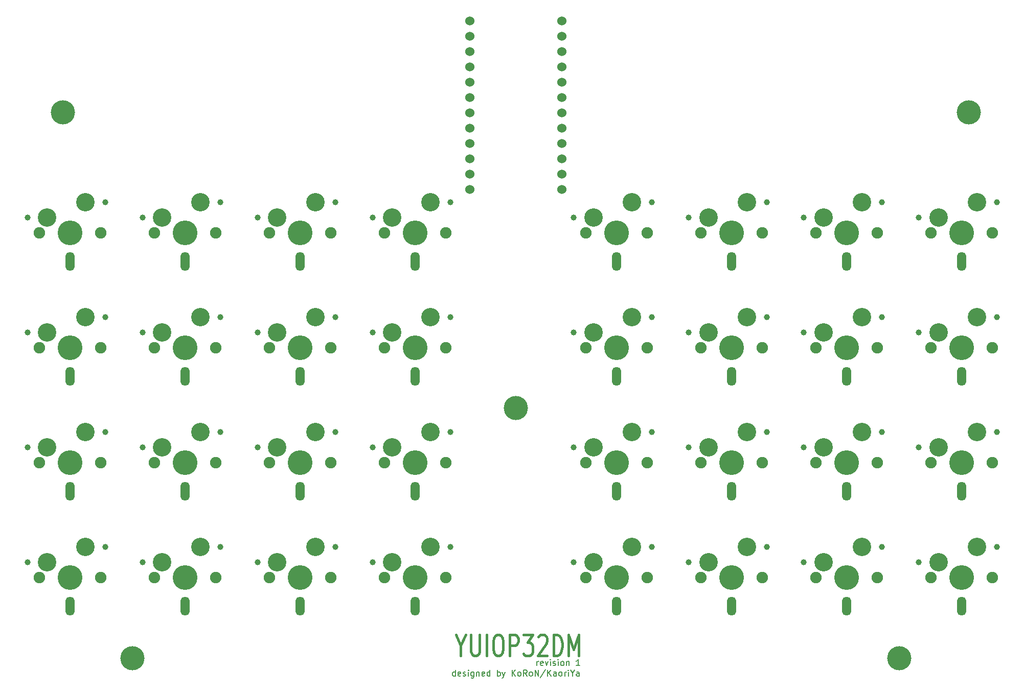
<source format=gbr>
%TF.GenerationSoftware,KiCad,Pcbnew,(6.0.1)*%
%TF.CreationDate,2022-06-19T08:49:54+09:00*%
%TF.ProjectId,yuiop32dm-main,7975696f-7033-4326-946d-2d6d61696e2e,1*%
%TF.SameCoordinates,Original*%
%TF.FileFunction,Soldermask,Top*%
%TF.FilePolarity,Negative*%
%FSLAX46Y46*%
G04 Gerber Fmt 4.6, Leading zero omitted, Abs format (unit mm)*
G04 Created by KiCad (PCBNEW (6.0.1)) date 2022-06-19 08:49:54*
%MOMM*%
%LPD*%
G01*
G04 APERTURE LIST*
%ADD10C,0.150000*%
%ADD11C,0.400000*%
%ADD12C,1.900000*%
%ADD13C,3.050000*%
%ADD14C,4.100000*%
%ADD15C,1.000000*%
%ADD16O,1.500000X3.150000*%
%ADD17C,4.000000*%
%ADD18C,1.524000*%
G04 APERTURE END LIST*
D10*
X153476190Y-142702380D02*
X153476190Y-142035714D01*
X153476190Y-142226190D02*
X153523809Y-142130952D01*
X153571428Y-142083333D01*
X153666666Y-142035714D01*
X153761904Y-142035714D01*
X154476190Y-142654761D02*
X154380952Y-142702380D01*
X154190476Y-142702380D01*
X154095238Y-142654761D01*
X154047619Y-142559523D01*
X154047619Y-142178571D01*
X154095238Y-142083333D01*
X154190476Y-142035714D01*
X154380952Y-142035714D01*
X154476190Y-142083333D01*
X154523809Y-142178571D01*
X154523809Y-142273809D01*
X154047619Y-142369047D01*
X154857142Y-142035714D02*
X155095238Y-142702380D01*
X155333333Y-142035714D01*
X155714285Y-142702380D02*
X155714285Y-142035714D01*
X155714285Y-141702380D02*
X155666666Y-141750000D01*
X155714285Y-141797619D01*
X155761904Y-141750000D01*
X155714285Y-141702380D01*
X155714285Y-141797619D01*
X156142857Y-142654761D02*
X156238095Y-142702380D01*
X156428571Y-142702380D01*
X156523809Y-142654761D01*
X156571428Y-142559523D01*
X156571428Y-142511904D01*
X156523809Y-142416666D01*
X156428571Y-142369047D01*
X156285714Y-142369047D01*
X156190476Y-142321428D01*
X156142857Y-142226190D01*
X156142857Y-142178571D01*
X156190476Y-142083333D01*
X156285714Y-142035714D01*
X156428571Y-142035714D01*
X156523809Y-142083333D01*
X157000000Y-142702380D02*
X157000000Y-142035714D01*
X157000000Y-141702380D02*
X156952380Y-141750000D01*
X157000000Y-141797619D01*
X157047619Y-141750000D01*
X157000000Y-141702380D01*
X157000000Y-141797619D01*
X157619047Y-142702380D02*
X157523809Y-142654761D01*
X157476190Y-142607142D01*
X157428571Y-142511904D01*
X157428571Y-142226190D01*
X157476190Y-142130952D01*
X157523809Y-142083333D01*
X157619047Y-142035714D01*
X157761904Y-142035714D01*
X157857142Y-142083333D01*
X157904761Y-142130952D01*
X157952380Y-142226190D01*
X157952380Y-142511904D01*
X157904761Y-142607142D01*
X157857142Y-142654761D01*
X157761904Y-142702380D01*
X157619047Y-142702380D01*
X158380952Y-142035714D02*
X158380952Y-142702380D01*
X158380952Y-142130952D02*
X158428571Y-142083333D01*
X158523809Y-142035714D01*
X158666666Y-142035714D01*
X158761904Y-142083333D01*
X158809523Y-142178571D01*
X158809523Y-142702380D01*
X160571428Y-142702380D02*
X160000000Y-142702380D01*
X160285714Y-142702380D02*
X160285714Y-141702380D01*
X160190476Y-141845238D01*
X160095238Y-141940476D01*
X160000000Y-141988095D01*
X139976190Y-144452380D02*
X139976190Y-143452380D01*
X139976190Y-144404761D02*
X139880952Y-144452380D01*
X139690476Y-144452380D01*
X139595238Y-144404761D01*
X139547619Y-144357142D01*
X139500000Y-144261904D01*
X139500000Y-143976190D01*
X139547619Y-143880952D01*
X139595238Y-143833333D01*
X139690476Y-143785714D01*
X139880952Y-143785714D01*
X139976190Y-143833333D01*
X140833333Y-144404761D02*
X140738095Y-144452380D01*
X140547619Y-144452380D01*
X140452380Y-144404761D01*
X140404761Y-144309523D01*
X140404761Y-143928571D01*
X140452380Y-143833333D01*
X140547619Y-143785714D01*
X140738095Y-143785714D01*
X140833333Y-143833333D01*
X140880952Y-143928571D01*
X140880952Y-144023809D01*
X140404761Y-144119047D01*
X141261904Y-144404761D02*
X141357142Y-144452380D01*
X141547619Y-144452380D01*
X141642857Y-144404761D01*
X141690476Y-144309523D01*
X141690476Y-144261904D01*
X141642857Y-144166666D01*
X141547619Y-144119047D01*
X141404761Y-144119047D01*
X141309523Y-144071428D01*
X141261904Y-143976190D01*
X141261904Y-143928571D01*
X141309523Y-143833333D01*
X141404761Y-143785714D01*
X141547619Y-143785714D01*
X141642857Y-143833333D01*
X142119047Y-144452380D02*
X142119047Y-143785714D01*
X142119047Y-143452380D02*
X142071428Y-143500000D01*
X142119047Y-143547619D01*
X142166666Y-143500000D01*
X142119047Y-143452380D01*
X142119047Y-143547619D01*
X143023809Y-143785714D02*
X143023809Y-144595238D01*
X142976190Y-144690476D01*
X142928571Y-144738095D01*
X142833333Y-144785714D01*
X142690476Y-144785714D01*
X142595238Y-144738095D01*
X143023809Y-144404761D02*
X142928571Y-144452380D01*
X142738095Y-144452380D01*
X142642857Y-144404761D01*
X142595238Y-144357142D01*
X142547619Y-144261904D01*
X142547619Y-143976190D01*
X142595238Y-143880952D01*
X142642857Y-143833333D01*
X142738095Y-143785714D01*
X142928571Y-143785714D01*
X143023809Y-143833333D01*
X143500000Y-143785714D02*
X143500000Y-144452380D01*
X143500000Y-143880952D02*
X143547619Y-143833333D01*
X143642857Y-143785714D01*
X143785714Y-143785714D01*
X143880952Y-143833333D01*
X143928571Y-143928571D01*
X143928571Y-144452380D01*
X144785714Y-144404761D02*
X144690476Y-144452380D01*
X144500000Y-144452380D01*
X144404761Y-144404761D01*
X144357142Y-144309523D01*
X144357142Y-143928571D01*
X144404761Y-143833333D01*
X144500000Y-143785714D01*
X144690476Y-143785714D01*
X144785714Y-143833333D01*
X144833333Y-143928571D01*
X144833333Y-144023809D01*
X144357142Y-144119047D01*
X145690476Y-144452380D02*
X145690476Y-143452380D01*
X145690476Y-144404761D02*
X145595238Y-144452380D01*
X145404761Y-144452380D01*
X145309523Y-144404761D01*
X145261904Y-144357142D01*
X145214285Y-144261904D01*
X145214285Y-143976190D01*
X145261904Y-143880952D01*
X145309523Y-143833333D01*
X145404761Y-143785714D01*
X145595238Y-143785714D01*
X145690476Y-143833333D01*
X146928571Y-144452380D02*
X146928571Y-143452380D01*
X146928571Y-143833333D02*
X147023809Y-143785714D01*
X147214285Y-143785714D01*
X147309523Y-143833333D01*
X147357142Y-143880952D01*
X147404761Y-143976190D01*
X147404761Y-144261904D01*
X147357142Y-144357142D01*
X147309523Y-144404761D01*
X147214285Y-144452380D01*
X147023809Y-144452380D01*
X146928571Y-144404761D01*
X147738095Y-143785714D02*
X147976190Y-144452380D01*
X148214285Y-143785714D02*
X147976190Y-144452380D01*
X147880952Y-144690476D01*
X147833333Y-144738095D01*
X147738095Y-144785714D01*
X149357142Y-144452380D02*
X149357142Y-143452380D01*
X149928571Y-144452380D02*
X149500000Y-143880952D01*
X149928571Y-143452380D02*
X149357142Y-144023809D01*
X150500000Y-144452380D02*
X150404761Y-144404761D01*
X150357142Y-144357142D01*
X150309523Y-144261904D01*
X150309523Y-143976190D01*
X150357142Y-143880952D01*
X150404761Y-143833333D01*
X150500000Y-143785714D01*
X150642857Y-143785714D01*
X150738095Y-143833333D01*
X150785714Y-143880952D01*
X150833333Y-143976190D01*
X150833333Y-144261904D01*
X150785714Y-144357142D01*
X150738095Y-144404761D01*
X150642857Y-144452380D01*
X150500000Y-144452380D01*
X151833333Y-144452380D02*
X151500000Y-143976190D01*
X151261904Y-144452380D02*
X151261904Y-143452380D01*
X151642857Y-143452380D01*
X151738095Y-143500000D01*
X151785714Y-143547619D01*
X151833333Y-143642857D01*
X151833333Y-143785714D01*
X151785714Y-143880952D01*
X151738095Y-143928571D01*
X151642857Y-143976190D01*
X151261904Y-143976190D01*
X152404761Y-144452380D02*
X152309523Y-144404761D01*
X152261904Y-144357142D01*
X152214285Y-144261904D01*
X152214285Y-143976190D01*
X152261904Y-143880952D01*
X152309523Y-143833333D01*
X152404761Y-143785714D01*
X152547619Y-143785714D01*
X152642857Y-143833333D01*
X152690476Y-143880952D01*
X152738095Y-143976190D01*
X152738095Y-144261904D01*
X152690476Y-144357142D01*
X152642857Y-144404761D01*
X152547619Y-144452380D01*
X152404761Y-144452380D01*
X153166666Y-144452380D02*
X153166666Y-143452380D01*
X153738095Y-144452380D01*
X153738095Y-143452380D01*
X154928571Y-143404761D02*
X154071428Y-144690476D01*
X155261904Y-144452380D02*
X155261904Y-143452380D01*
X155833333Y-144452380D02*
X155404761Y-143880952D01*
X155833333Y-143452380D02*
X155261904Y-144023809D01*
X156690476Y-144452380D02*
X156690476Y-143928571D01*
X156642857Y-143833333D01*
X156547619Y-143785714D01*
X156357142Y-143785714D01*
X156261904Y-143833333D01*
X156690476Y-144404761D02*
X156595238Y-144452380D01*
X156357142Y-144452380D01*
X156261904Y-144404761D01*
X156214285Y-144309523D01*
X156214285Y-144214285D01*
X156261904Y-144119047D01*
X156357142Y-144071428D01*
X156595238Y-144071428D01*
X156690476Y-144023809D01*
X157309523Y-144452380D02*
X157214285Y-144404761D01*
X157166666Y-144357142D01*
X157119047Y-144261904D01*
X157119047Y-143976190D01*
X157166666Y-143880952D01*
X157214285Y-143833333D01*
X157309523Y-143785714D01*
X157452380Y-143785714D01*
X157547619Y-143833333D01*
X157595238Y-143880952D01*
X157642857Y-143976190D01*
X157642857Y-144261904D01*
X157595238Y-144357142D01*
X157547619Y-144404761D01*
X157452380Y-144452380D01*
X157309523Y-144452380D01*
X158071428Y-144452380D02*
X158071428Y-143785714D01*
X158071428Y-143976190D02*
X158119047Y-143880952D01*
X158166666Y-143833333D01*
X158261904Y-143785714D01*
X158357142Y-143785714D01*
X158690476Y-144452380D02*
X158690476Y-143785714D01*
X158690476Y-143452380D02*
X158642857Y-143500000D01*
X158690476Y-143547619D01*
X158738095Y-143500000D01*
X158690476Y-143452380D01*
X158690476Y-143547619D01*
X159357142Y-143976190D02*
X159357142Y-144452380D01*
X159023809Y-143452380D02*
X159357142Y-143976190D01*
X159690476Y-143452380D01*
X160452380Y-144452380D02*
X160452380Y-143928571D01*
X160404761Y-143833333D01*
X160309523Y-143785714D01*
X160119047Y-143785714D01*
X160023809Y-143833333D01*
X160452380Y-144404761D02*
X160357142Y-144452380D01*
X160119047Y-144452380D01*
X160023809Y-144404761D01*
X159976190Y-144309523D01*
X159976190Y-144214285D01*
X160023809Y-144119047D01*
X160119047Y-144071428D01*
X160357142Y-144071428D01*
X160452380Y-144023809D01*
D11*
X140876190Y-139416666D02*
X140876190Y-141083333D01*
X140042857Y-137583333D02*
X140876190Y-139416666D01*
X141709523Y-137583333D01*
X142542857Y-137583333D02*
X142542857Y-140416666D01*
X142661904Y-140750000D01*
X142780952Y-140916666D01*
X143019047Y-141083333D01*
X143495238Y-141083333D01*
X143733333Y-140916666D01*
X143852380Y-140750000D01*
X143971428Y-140416666D01*
X143971428Y-137583333D01*
X145161904Y-141083333D02*
X145161904Y-137583333D01*
X146828571Y-137583333D02*
X147304761Y-137583333D01*
X147542857Y-137750000D01*
X147780952Y-138083333D01*
X147900000Y-138750000D01*
X147900000Y-139916666D01*
X147780952Y-140583333D01*
X147542857Y-140916666D01*
X147304761Y-141083333D01*
X146828571Y-141083333D01*
X146590476Y-140916666D01*
X146352380Y-140583333D01*
X146233333Y-139916666D01*
X146233333Y-138750000D01*
X146352380Y-138083333D01*
X146590476Y-137750000D01*
X146828571Y-137583333D01*
X148971428Y-141083333D02*
X148971428Y-137583333D01*
X149923809Y-137583333D01*
X150161904Y-137750000D01*
X150280952Y-137916666D01*
X150400000Y-138250000D01*
X150400000Y-138750000D01*
X150280952Y-139083333D01*
X150161904Y-139250000D01*
X149923809Y-139416666D01*
X148971428Y-139416666D01*
X151233333Y-137583333D02*
X152780952Y-137583333D01*
X151947619Y-138916666D01*
X152304761Y-138916666D01*
X152542857Y-139083333D01*
X152661904Y-139250000D01*
X152780952Y-139583333D01*
X152780952Y-140416666D01*
X152661904Y-140750000D01*
X152542857Y-140916666D01*
X152304761Y-141083333D01*
X151590476Y-141083333D01*
X151352380Y-140916666D01*
X151233333Y-140750000D01*
X153733333Y-137916666D02*
X153852380Y-137750000D01*
X154090476Y-137583333D01*
X154685714Y-137583333D01*
X154923809Y-137750000D01*
X155042857Y-137916666D01*
X155161904Y-138250000D01*
X155161904Y-138583333D01*
X155042857Y-139083333D01*
X153614285Y-141083333D01*
X155161904Y-141083333D01*
X156233333Y-141083333D02*
X156233333Y-137583333D01*
X156828571Y-137583333D01*
X157185714Y-137750000D01*
X157423809Y-138083333D01*
X157542857Y-138416666D01*
X157661904Y-139083333D01*
X157661904Y-139583333D01*
X157542857Y-140250000D01*
X157423809Y-140583333D01*
X157185714Y-140916666D01*
X156828571Y-141083333D01*
X156233333Y-141083333D01*
X158733333Y-141083333D02*
X158733333Y-137583333D01*
X159566666Y-140083333D01*
X160400000Y-137583333D01*
X160400000Y-141083333D01*
D12*
%TO.C,KSW14*%
X199688750Y-128100000D03*
D13*
X200958750Y-125560000D03*
D12*
X209848750Y-128100000D03*
D13*
X207308750Y-123020000D03*
D14*
X204768750Y-128100000D03*
D15*
X197683750Y-125560000D03*
X210610750Y-123020000D03*
%TD*%
D16*
%TO.C,LED20*%
X166668750Y-113812500D03*
%TD*%
%TO.C,LED15*%
X204768750Y-94762500D03*
%TD*%
D13*
%TO.C,KSW8*%
X162858750Y-87460000D03*
D14*
X166668750Y-90000000D03*
D13*
X169208750Y-84920000D03*
D12*
X171748750Y-90000000D03*
X161588750Y-90000000D03*
D15*
X159583750Y-87460000D03*
X172510750Y-84920000D03*
%TD*%
D16*
%TO.C,LED19*%
X185718750Y-113812500D03*
%TD*%
%TO.C,LED1*%
X223818750Y-75712500D03*
%TD*%
D17*
%TO.C,H4*%
X213500000Y-141500000D03*
%TD*%
D16*
%TO.C,LED9*%
X76181250Y-94762500D03*
%TD*%
D13*
%TO.C,KSW9*%
X226358750Y-103970000D03*
D14*
X223818750Y-109050000D03*
D12*
X228898750Y-109050000D03*
D13*
X220008750Y-106510000D03*
D12*
X218738750Y-109050000D03*
D15*
X216733750Y-106510000D03*
X229660750Y-103970000D03*
%TD*%
D14*
%TO.C,KSW5*%
X223818750Y-90000000D03*
D13*
X220008750Y-87460000D03*
D12*
X218738750Y-90000000D03*
X228898750Y-90000000D03*
D13*
X226358750Y-84920000D03*
D15*
X216733750Y-87460000D03*
X229660750Y-84920000D03*
%TD*%
D16*
%TO.C,LED13*%
X166668750Y-94762500D03*
%TD*%
D12*
%TO.C,KSW3*%
X180638750Y-70950000D03*
D14*
X185718750Y-70950000D03*
D12*
X190798750Y-70950000D03*
D13*
X188258750Y-65870000D03*
X181908750Y-68410000D03*
D15*
X178633750Y-68410000D03*
X191560750Y-65870000D03*
%TD*%
D12*
%TO.C,KSW26*%
X109201250Y-109050000D03*
D13*
X110471250Y-106510000D03*
X116821250Y-103970000D03*
D12*
X119361250Y-109050000D03*
D14*
X114281250Y-109050000D03*
D15*
X107196250Y-106510000D03*
X120123250Y-103970000D03*
%TD*%
D13*
%TO.C,KSW24*%
X72371250Y-87460000D03*
D14*
X76181250Y-90000000D03*
D12*
X81261250Y-90000000D03*
D13*
X78721250Y-84920000D03*
D12*
X71101250Y-90000000D03*
D15*
X69096250Y-87460000D03*
X82023250Y-84920000D03*
%TD*%
D16*
%TO.C,LED6*%
X114281250Y-75712500D03*
%TD*%
D13*
%TO.C,KSW15*%
X188258750Y-123020000D03*
X181908750Y-125560000D03*
D12*
X190798750Y-128100000D03*
X180638750Y-128100000D03*
D14*
X185718750Y-128100000D03*
D15*
X178633750Y-125560000D03*
X191560750Y-123020000D03*
%TD*%
D12*
%TO.C,KSW29*%
X138411250Y-128100000D03*
D14*
X133331250Y-128100000D03*
D12*
X128251250Y-128100000D03*
D13*
X129521250Y-125560000D03*
X135871250Y-123020000D03*
D15*
X126246250Y-125560000D03*
X139173250Y-123020000D03*
%TD*%
D12*
%TO.C,KSW23*%
X100311250Y-90000000D03*
D13*
X91421250Y-87460000D03*
D12*
X90151250Y-90000000D03*
D14*
X95231250Y-90000000D03*
D13*
X97771250Y-84920000D03*
D15*
X88146250Y-87460000D03*
X101073250Y-84920000D03*
%TD*%
D16*
%TO.C,LED12*%
X133331250Y-94762500D03*
%TD*%
D14*
%TO.C,KSW21*%
X133331250Y-90000000D03*
D13*
X129521250Y-87460000D03*
X135871250Y-84920000D03*
D12*
X128251250Y-90000000D03*
X138411250Y-90000000D03*
D15*
X126246250Y-87460000D03*
X139173250Y-84920000D03*
%TD*%
D16*
%TO.C,LED26*%
X95231250Y-132862500D03*
%TD*%
D12*
%TO.C,KSW19*%
X100311250Y-70950000D03*
D13*
X91421250Y-68410000D03*
X97771250Y-65870000D03*
D14*
X95231250Y-70950000D03*
D12*
X90151250Y-70950000D03*
D15*
X88146250Y-68410000D03*
X101073250Y-65870000D03*
%TD*%
D16*
%TO.C,LED25*%
X76181250Y-132862500D03*
%TD*%
D14*
%TO.C,KSW30*%
X114281250Y-128100000D03*
D12*
X119361250Y-128100000D03*
D13*
X116821250Y-123020000D03*
X110471250Y-125560000D03*
D12*
X109201250Y-128100000D03*
D15*
X107196250Y-125560000D03*
X120123250Y-123020000D03*
%TD*%
D13*
%TO.C,KSW20*%
X72371250Y-68410000D03*
D14*
X76181250Y-70950000D03*
D13*
X78721250Y-65870000D03*
D12*
X81261250Y-70950000D03*
X71101250Y-70950000D03*
D15*
X69096250Y-68410000D03*
X82023250Y-65870000D03*
%TD*%
D12*
%TO.C,KSW10*%
X199688750Y-109050000D03*
D13*
X207308750Y-103970000D03*
D12*
X209848750Y-109050000D03*
D13*
X200958750Y-106510000D03*
D14*
X204768750Y-109050000D03*
D15*
X197683750Y-106510000D03*
X210610750Y-103970000D03*
%TD*%
D14*
%TO.C,KSW7*%
X185718750Y-90000000D03*
D12*
X190798750Y-90000000D03*
D13*
X181908750Y-87460000D03*
X188258750Y-84920000D03*
D12*
X180638750Y-90000000D03*
D15*
X178633750Y-87460000D03*
X191560750Y-84920000D03*
%TD*%
D13*
%TO.C,KSW13*%
X220008750Y-125560000D03*
D12*
X218738750Y-128100000D03*
D13*
X226358750Y-123020000D03*
D14*
X223818750Y-128100000D03*
D12*
X228898750Y-128100000D03*
D15*
X216733750Y-125560000D03*
X229660750Y-123020000D03*
%TD*%
D14*
%TO.C,KSW18*%
X114281250Y-70950000D03*
D13*
X116821250Y-65870000D03*
D12*
X109201250Y-70950000D03*
X119361250Y-70950000D03*
D13*
X110471250Y-68410000D03*
D15*
X107196250Y-68410000D03*
X120123250Y-65870000D03*
%TD*%
D12*
%TO.C,KSW1*%
X228898750Y-70950000D03*
X218738750Y-70950000D03*
D13*
X220008750Y-68410000D03*
X226358750Y-65870000D03*
D14*
X223818750Y-70950000D03*
D15*
X216733750Y-68410000D03*
X229660750Y-65870000D03*
%TD*%
D17*
%TO.C,H1*%
X75000000Y-51000000D03*
%TD*%
D16*
%TO.C,LED17*%
X223818750Y-113812500D03*
%TD*%
D13*
%TO.C,KSW4*%
X169208750Y-65870000D03*
D12*
X161588750Y-70950000D03*
D14*
X166668750Y-70950000D03*
D13*
X162858750Y-68410000D03*
D12*
X171748750Y-70950000D03*
D15*
X159583750Y-68410000D03*
X172510750Y-65870000D03*
%TD*%
D14*
%TO.C,KSW32*%
X76181250Y-128100000D03*
D13*
X72371250Y-125560000D03*
D12*
X71101250Y-128100000D03*
X81261250Y-128100000D03*
D13*
X78721250Y-123020000D03*
D15*
X69096250Y-125560000D03*
X82023250Y-123020000D03*
%TD*%
D16*
%TO.C,LED8*%
X76181250Y-75712500D03*
%TD*%
%TO.C,LED4*%
X166668750Y-75712500D03*
%TD*%
%TO.C,LED3*%
X185718750Y-75712500D03*
%TD*%
%TO.C,LED23*%
X95231250Y-113812500D03*
%TD*%
%TO.C,LED10*%
X95231250Y-94762500D03*
%TD*%
%TO.C,LED28*%
X133331250Y-132862500D03*
%TD*%
D13*
%TO.C,KSW31*%
X91421250Y-125560000D03*
X97771250Y-123020000D03*
D12*
X90151250Y-128100000D03*
X100311250Y-128100000D03*
D14*
X95231250Y-128100000D03*
D15*
X88146250Y-125560000D03*
X101073250Y-123020000D03*
%TD*%
D16*
%TO.C,LED24*%
X76181250Y-113812500D03*
%TD*%
D13*
%TO.C,KSW11*%
X188258750Y-103970000D03*
D14*
X185718750Y-109050000D03*
D12*
X180638750Y-109050000D03*
X190798750Y-109050000D03*
D13*
X181908750Y-106510000D03*
D15*
X178633750Y-106510000D03*
X191560750Y-103970000D03*
%TD*%
D17*
%TO.C,H3*%
X86500000Y-141500000D03*
%TD*%
D16*
%TO.C,LED7*%
X95231250Y-75712500D03*
%TD*%
D12*
%TO.C,KSW2*%
X209848750Y-70950000D03*
D13*
X200958750Y-68410000D03*
D14*
X204768750Y-70950000D03*
D13*
X207308750Y-65870000D03*
D12*
X199688750Y-70950000D03*
D15*
X197683750Y-68410000D03*
X210610750Y-65870000D03*
%TD*%
D16*
%TO.C,LED5*%
X133331250Y-75712500D03*
%TD*%
D13*
%TO.C,KSW25*%
X129521250Y-106510000D03*
D12*
X138411250Y-109050000D03*
D13*
X135871250Y-103970000D03*
D12*
X128251250Y-109050000D03*
D14*
X133331250Y-109050000D03*
D15*
X126246250Y-106510000D03*
X139173250Y-103970000D03*
%TD*%
D13*
%TO.C,KSW27*%
X91421250Y-106510000D03*
D12*
X100311250Y-109050000D03*
D13*
X97771250Y-103970000D03*
D12*
X90151250Y-109050000D03*
D14*
X95231250Y-109050000D03*
D15*
X88146250Y-106510000D03*
X101073250Y-103970000D03*
%TD*%
D16*
%TO.C,LED29*%
X166668750Y-132862500D03*
%TD*%
%TO.C,LED30*%
X185718750Y-132862500D03*
%TD*%
D17*
%TO.C,H5*%
X150000000Y-100000000D03*
%TD*%
D12*
%TO.C,KSW28*%
X81261250Y-109050000D03*
D13*
X72371250Y-106510000D03*
X78721250Y-103970000D03*
D14*
X76181250Y-109050000D03*
D12*
X71101250Y-109050000D03*
D15*
X69096250Y-106510000D03*
X82023250Y-103970000D03*
%TD*%
D16*
%TO.C,LED2*%
X204768750Y-75712500D03*
%TD*%
%TO.C,LED11*%
X114281250Y-94762500D03*
%TD*%
%TO.C,LED27*%
X114281250Y-132862500D03*
%TD*%
%TO.C,LED18*%
X204768750Y-113812500D03*
%TD*%
%TO.C,LED16*%
X223818750Y-94762500D03*
%TD*%
D13*
%TO.C,KSW12*%
X162858750Y-106510000D03*
D12*
X171748750Y-109050000D03*
D14*
X166668750Y-109050000D03*
D12*
X161588750Y-109050000D03*
D13*
X169208750Y-103970000D03*
D15*
X159583750Y-106510000D03*
X172510750Y-103970000D03*
%TD*%
D17*
%TO.C,H2*%
X225000000Y-51000000D03*
%TD*%
D14*
%TO.C,KSW22*%
X114281250Y-90000000D03*
D13*
X110471250Y-87460000D03*
X116821250Y-84920000D03*
D12*
X109201250Y-90000000D03*
X119361250Y-90000000D03*
D15*
X107196250Y-87460000D03*
X120123250Y-84920000D03*
%TD*%
D13*
%TO.C,KSW16*%
X162858750Y-125560000D03*
D12*
X161588750Y-128100000D03*
D14*
X166668750Y-128100000D03*
D12*
X171748750Y-128100000D03*
D13*
X169208750Y-123020000D03*
D15*
X159583750Y-125560000D03*
X172510750Y-123020000D03*
%TD*%
D13*
%TO.C,KSW17*%
X129521250Y-68410000D03*
D14*
X133331250Y-70950000D03*
D13*
X135871250Y-65870000D03*
D12*
X138411250Y-70950000D03*
X128251250Y-70950000D03*
D15*
X126246250Y-68410000D03*
X139173250Y-65870000D03*
%TD*%
D16*
%TO.C,LED31*%
X204768750Y-132862500D03*
%TD*%
%TO.C,LED21*%
X133331250Y-113812500D03*
%TD*%
D13*
%TO.C,KSW6*%
X207308750Y-84920000D03*
D12*
X199688750Y-90000000D03*
D13*
X200958750Y-87460000D03*
D14*
X204768750Y-90000000D03*
D12*
X209848750Y-90000000D03*
D15*
X197683750Y-87460000D03*
X210610750Y-84920000D03*
%TD*%
D16*
%TO.C,LED32*%
X223818750Y-132862500D03*
%TD*%
%TO.C,LED22*%
X114281250Y-113812500D03*
%TD*%
%TO.C,LED14*%
X185718750Y-94762500D03*
%TD*%
D18*
%TO.C,U1*%
X142388600Y-35847000D03*
X142388600Y-38387000D03*
X142388600Y-40927000D03*
X142388600Y-43467000D03*
X142388600Y-46007000D03*
X142388600Y-48547000D03*
X142388600Y-51087000D03*
X142388600Y-53627000D03*
X142388600Y-56167000D03*
X142388600Y-58707000D03*
X142388600Y-61247000D03*
X142388600Y-63787000D03*
X157608600Y-63787000D03*
X157608600Y-61247000D03*
X157608600Y-58707000D03*
X157608600Y-56167000D03*
X157608600Y-53627000D03*
X157608600Y-51087000D03*
X157608600Y-48547000D03*
X157608600Y-46007000D03*
X157608600Y-43467000D03*
X157608600Y-40927000D03*
X157608600Y-38387000D03*
X157608600Y-35847000D03*
%TD*%
M02*

</source>
